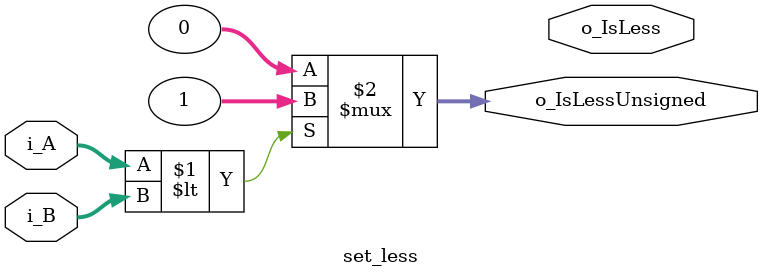
<source format=sv>

module set_less 
(
    input  logic [31:0] i_A,
    input  logic [31:0] i_B,
    output logic [31:0] o_IsLess,
    output logic [31:0] o_IsLessUnsigned
);

    // Unsigned comparison
    assign o_IsLessUnsigned = (i_A < i_B) ? 32'h0000_0001 : 32'h0000_0000;

    // Signed compare
    assign Is  = ($signed(i_A) < $signed(i_B)) ? 32'h0000_0001 : 32'h0000_0000;

endmodule

</source>
